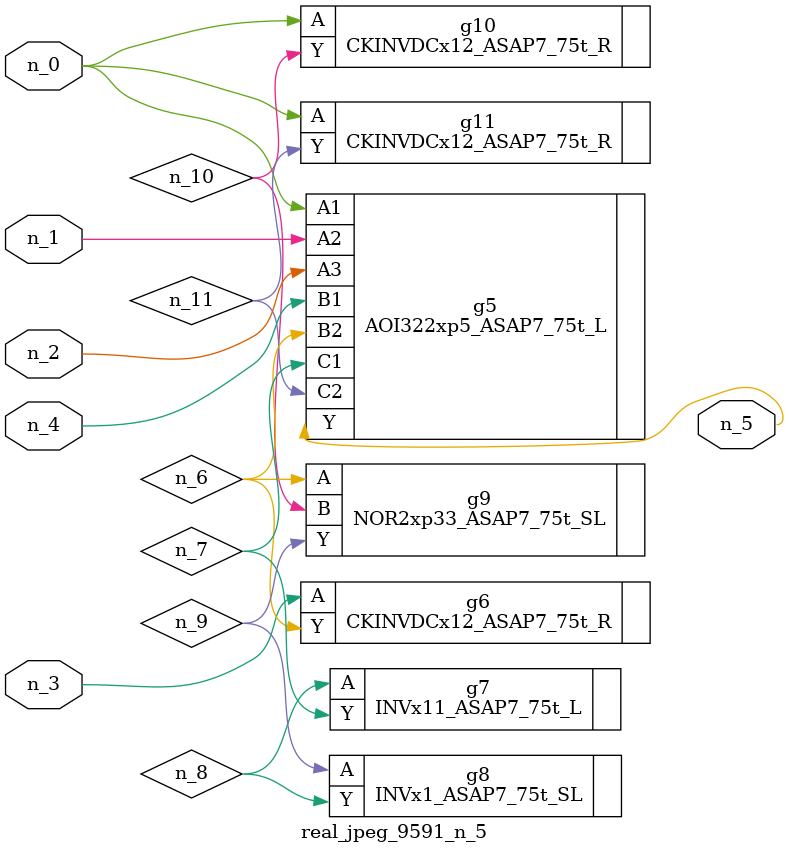
<source format=v>
module real_jpeg_9591_n_5 (n_4, n_0, n_1, n_2, n_3, n_5);

input n_4;
input n_0;
input n_1;
input n_2;
input n_3;

output n_5;

wire n_8;
wire n_11;
wire n_6;
wire n_7;
wire n_10;
wire n_9;

AOI322xp5_ASAP7_75t_L g5 ( 
.A1(n_0),
.A2(n_1),
.A3(n_2),
.B1(n_4),
.B2(n_6),
.C1(n_7),
.C2(n_11),
.Y(n_5)
);

CKINVDCx12_ASAP7_75t_R g10 ( 
.A(n_0),
.Y(n_10)
);

CKINVDCx12_ASAP7_75t_R g11 ( 
.A(n_0),
.Y(n_11)
);

CKINVDCx12_ASAP7_75t_R g6 ( 
.A(n_3),
.Y(n_6)
);

NOR2xp33_ASAP7_75t_SL g9 ( 
.A(n_6),
.B(n_10),
.Y(n_9)
);

INVx11_ASAP7_75t_L g7 ( 
.A(n_8),
.Y(n_7)
);

INVx1_ASAP7_75t_SL g8 ( 
.A(n_9),
.Y(n_8)
);


endmodule
</source>
